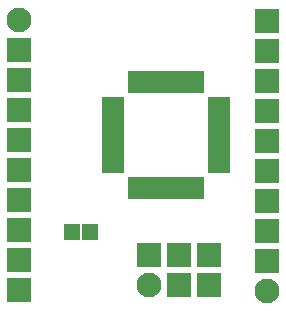
<source format=gbr>
G04 #@! TF.GenerationSoftware,KiCad,Pcbnew,(5.0.0)*
G04 #@! TF.CreationDate,2019-01-30T09:11:06+03:00*
G04 #@! TF.ProjectId,plata_avr,706C6174615F6176722E6B696361645F,rev?*
G04 #@! TF.SameCoordinates,Original*
G04 #@! TF.FileFunction,Soldermask,Top*
G04 #@! TF.FilePolarity,Negative*
%FSLAX46Y46*%
G04 Gerber Fmt 4.6, Leading zero omitted, Abs format (unit mm)*
G04 Created by KiCad (PCBNEW (5.0.0)) date 01/30/19 09:11:06*
%MOMM*%
%LPD*%
G01*
G04 APERTURE LIST*
%ADD10R,0.950000X1.900000*%
%ADD11R,1.900000X0.950000*%
%ADD12R,1.400000X1.400000*%
%ADD13C,2.100000*%
%ADD14R,2.100000X2.100000*%
G04 APERTURE END LIST*
D10*
G04 #@! TO.C,DD1*
X109200000Y-93750000D03*
X108400000Y-93750000D03*
X107600000Y-93750000D03*
X106800000Y-93750000D03*
X106000000Y-93750000D03*
X105200000Y-93750000D03*
X104400000Y-93750000D03*
X103600000Y-93750000D03*
D11*
X101900000Y-95450000D03*
X101900000Y-96250000D03*
X101900000Y-97050000D03*
X101900000Y-97850000D03*
X101900000Y-98650000D03*
X101900000Y-99450000D03*
X101900000Y-100250000D03*
X101900000Y-101050000D03*
D10*
X103600000Y-102750000D03*
X104400000Y-102750000D03*
X105200000Y-102750000D03*
X106000000Y-102750000D03*
X106800000Y-102750000D03*
X107600000Y-102750000D03*
X108400000Y-102750000D03*
X109200000Y-102750000D03*
D11*
X110950000Y-101050000D03*
X110950000Y-100250000D03*
X110950000Y-99450000D03*
X110950000Y-98650000D03*
X110950000Y-97850000D03*
X110950000Y-97050000D03*
X110950000Y-96250000D03*
X110950000Y-95450000D03*
G04 #@! TD*
D12*
G04 #@! TO.C,HL1*
X100000000Y-106500000D03*
X98500000Y-106500000D03*
G04 #@! TD*
D13*
G04 #@! TO.C,XP1*
X94000000Y-88500000D03*
D14*
X94000000Y-91040000D03*
X94000000Y-93580000D03*
X94000000Y-96120000D03*
X94000000Y-98660000D03*
X94000000Y-101200000D03*
X94000000Y-103740000D03*
X94000000Y-106280000D03*
X94000000Y-108820000D03*
X94000000Y-111360000D03*
G04 #@! TD*
D13*
G04 #@! TO.C,XP2*
X105000000Y-111000000D03*
D14*
X107540000Y-111000000D03*
X110080000Y-111000000D03*
X105000000Y-108460000D03*
X107540000Y-108460000D03*
X110080000Y-108460000D03*
G04 #@! TD*
G04 #@! TO.C,XP3*
X115000000Y-88640000D03*
X115000000Y-91180000D03*
X115000000Y-93720000D03*
X115000000Y-96260000D03*
X115000000Y-98800000D03*
X115000000Y-101340000D03*
X115000000Y-103880000D03*
X115000000Y-106420000D03*
X115000000Y-108960000D03*
D13*
X115000000Y-111500000D03*
G04 #@! TD*
M02*

</source>
